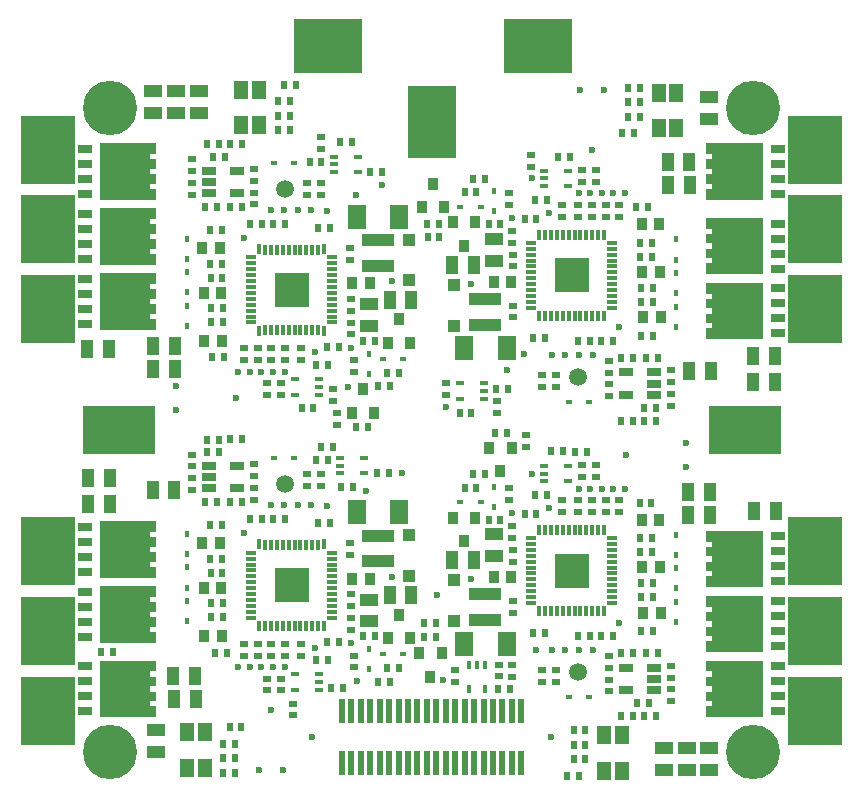
<source format=gts>
G04*
G04 #@! TF.GenerationSoftware,Altium Limited,Altium Designer,19.1.7 (138)*
G04*
G04 Layer_Color=8388736*
%FSLAX44Y44*%
%MOMM*%
G71*
G01*
G75*
%ADD28R,0.4008X0.6048*%
%ADD32R,0.6048X0.4008*%
%ADD37R,2.6924X0.9906*%
%ADD44R,0.6000X0.7000*%
%ADD45R,2.9000X2.9000*%
%ADD46R,0.3500X0.8500*%
%ADD47R,0.3500X0.9000*%
%ADD48R,0.8500X0.3500*%
%ADD49R,0.9000X0.3500*%
%ADD50R,0.7000X0.6000*%
%ADD51C,0.6000*%
%ADD52R,0.7477X0.4000*%
%ADD53R,0.4000X0.7477*%
%ADD54R,0.6000X2.1000*%
%ADD55R,4.6000X5.8500*%
%ADD56R,5.8500X4.6000*%
%ADD57R,1.3000X0.6588*%
%ADD58R,6.1000X4.1000*%
%ADD59R,4.1000X6.1000*%
%ADD60R,0.9000X1.0000*%
%ADD61R,1.2500X0.7500*%
%ADD62R,1.2000X1.6000*%
%ADD63R,1.0500X1.0000*%
%ADD64R,0.9000X1.0500*%
%ADD65R,1.5000X2.1000*%
%ADD66R,1.5000X1.0500*%
%ADD67R,1.0500X1.5000*%
%ADD68C,4.6000*%
%ADD69C,1.5000*%
%ADD70C,0.5572*%
%ADD71C,0.9890*%
G36*
X-232988Y-195000D02*
X-280988Y-195000D01*
X-280988Y-243000D01*
X-232988Y-243000D01*
X-232988Y-233750D01*
X-237988Y-233750D01*
Y-229500D01*
X-232988D01*
Y-221250D01*
X-237988D01*
Y-216750D01*
X-232988D01*
Y-208500D01*
X-237988D01*
Y-204250D01*
X-232988D01*
X-232988Y-195000D01*
D02*
G37*
G36*
Y-132000D02*
X-280988Y-132000D01*
X-280988Y-180000D01*
X-232988Y-180000D01*
X-232988Y-170750D01*
X-237988Y-170750D01*
Y-166500D01*
X-232988D01*
Y-158250D01*
X-237988D01*
Y-153750D01*
X-232988D01*
Y-145500D01*
X-237988D01*
Y-141250D01*
X-232988D01*
X-232988Y-132000D01*
D02*
G37*
G36*
Y-77000D02*
X-280988Y-77000D01*
X-280988Y-125000D01*
X-232988Y-125000D01*
X-232988Y-115750D01*
X-237988Y-115750D01*
Y-111500D01*
X-232988D01*
Y-103250D01*
X-237988D01*
Y-98750D01*
X-232988D01*
Y-90500D01*
X-237988D01*
Y-86250D01*
X-232988D01*
X-232988Y-77000D01*
D02*
G37*
G36*
X-232988Y133000D02*
X-280988Y133000D01*
X-280988Y85000D01*
X-232988Y85000D01*
X-232988Y94250D01*
X-237988D01*
Y98500D01*
X-232988D01*
Y106750D01*
X-237988D01*
Y111250D01*
X-232988D01*
Y119500D01*
X-237988D01*
Y123750D01*
X-232988D01*
X-232988Y133000D01*
D02*
G37*
G36*
Y188000D02*
X-280988D01*
X-280988Y140000D01*
X-232988Y140000D01*
X-232988Y149250D01*
X-237988Y149250D01*
Y153500D01*
X-232988D01*
Y161750D01*
X-237988D01*
Y166250D01*
X-232988D01*
Y174500D01*
X-237988D01*
Y178750D01*
X-232988D01*
X-232988Y188000D01*
D02*
G37*
G36*
Y243000D02*
X-280988Y243000D01*
X-280988Y195000D01*
X-232988Y195000D01*
X-232988Y204250D01*
X-237988Y204250D01*
Y208500D01*
X-232988D01*
Y216750D01*
X-237988D01*
Y221250D01*
X-232988D01*
Y229500D01*
X-237988D01*
Y233750D01*
X-232988D01*
X-232988Y243000D01*
D02*
G37*
G36*
X232734Y-243000D02*
X280734Y-243000D01*
X280734Y-195000D01*
X232734Y-195000D01*
X232734Y-204250D01*
X237734Y-204250D01*
Y-208500D01*
X232734D01*
Y-216750D01*
X237734D01*
Y-221250D01*
X232734D01*
Y-229500D01*
X237734D01*
Y-233750D01*
X232734D01*
X232734Y-243000D01*
D02*
G37*
G36*
Y-188000D02*
X280734Y-188000D01*
X280734Y-140000D01*
X232734Y-140000D01*
X232734Y-149250D01*
X237734Y-149250D01*
Y-153500D01*
X232734D01*
Y-161750D01*
X237734D01*
Y-166250D01*
X232734D01*
Y-174500D01*
X237734D01*
Y-178750D01*
X232734D01*
X232734Y-188000D01*
D02*
G37*
G36*
Y-133000D02*
X280734Y-133000D01*
X280734Y-85000D01*
X232734Y-85000D01*
X232734Y-94250D01*
X237734Y-94250D01*
Y-98500D01*
X232734D01*
Y-106750D01*
X237734D01*
Y-111250D01*
X232734D01*
Y-119500D01*
X237734D01*
Y-123750D01*
X232734D01*
X232734Y-133000D01*
D02*
G37*
G36*
X232734Y76999D02*
X280734Y76999D01*
X280734Y124999D01*
X232735Y124999D01*
X232735Y115749D01*
X237734D01*
Y111499D01*
X232734D01*
Y103249D01*
X237734D01*
Y98749D01*
X232734D01*
Y90499D01*
X237734D01*
Y86249D01*
X232734D01*
X232734Y76999D01*
D02*
G37*
G36*
Y131999D02*
X280734Y131999D01*
X280734Y179999D01*
X232735Y179999D01*
X232735Y170749D01*
X237734D01*
Y166499D01*
X232734D01*
Y158249D01*
X237734D01*
Y153749D01*
X232734D01*
Y145499D01*
X237734D01*
Y141249D01*
X232734D01*
X232734Y131999D01*
D02*
G37*
G36*
X232734Y194999D02*
X280734Y194999D01*
X280734Y242999D01*
X232735Y242999D01*
X232735Y233749D01*
X237734Y233749D01*
Y229499D01*
X232734D01*
Y221249D01*
X237734D01*
Y216749D01*
X232734D01*
Y208499D01*
X237734D01*
Y204249D01*
X232734D01*
Y194999D01*
D02*
G37*
D28*
X207250Y133148D02*
D03*
Y116100D02*
D03*
Y161523D02*
D03*
Y144475D02*
D03*
Y104773D02*
D03*
Y87725D02*
D03*
X-207250Y-116101D02*
D03*
Y-133149D02*
D03*
Y-144476D02*
D03*
Y-161524D02*
D03*
Y-87726D02*
D03*
Y-104774D02*
D03*
X207250Y-116851D02*
D03*
Y-133899D02*
D03*
Y-88476D02*
D03*
Y-105524D02*
D03*
Y-145226D02*
D03*
Y-162274D02*
D03*
X-207250Y116851D02*
D03*
Y133899D02*
D03*
Y145226D02*
D03*
Y162274D02*
D03*
Y88476D02*
D03*
Y105524D02*
D03*
X-53000Y-202282D02*
D03*
Y-185234D02*
D03*
X53000Y-47718D02*
D03*
Y-64766D02*
D03*
X53000Y202535D02*
D03*
Y185487D02*
D03*
X-53000Y47718D02*
D03*
Y64766D02*
D03*
D32*
X-116476Y-23750D02*
D03*
X-133524D02*
D03*
X116476Y-226250D02*
D03*
X133524D02*
D03*
X116476Y23749D02*
D03*
X133524D02*
D03*
X-116476Y226250D02*
D03*
X-133524D02*
D03*
X-24476Y-189250D02*
D03*
X-41524D02*
D03*
X24476Y-60750D02*
D03*
X41524D02*
D03*
X24476Y189249D02*
D03*
X41524D02*
D03*
X-24476Y60750D02*
D03*
X-41524D02*
D03*
D37*
X-45502Y-89174D02*
D03*
Y-111018D02*
D03*
X45502Y-160826D02*
D03*
Y-138982D02*
D03*
X45502Y89173D02*
D03*
Y111018D02*
D03*
X-45502Y160826D02*
D03*
Y138982D02*
D03*
D44*
X-270000Y-187500D02*
D03*
X-280000D02*
D03*
X-36322Y-36576D02*
D03*
X-46322D02*
D03*
X-93500Y-14000D02*
D03*
X-83500D02*
D03*
X-77500Y243750D02*
D03*
X-67500D02*
D03*
X33750Y15000D02*
D03*
X23750D02*
D03*
X66294Y-219202D02*
D03*
X56294D02*
D03*
X-76454Y-48006D02*
D03*
X-66454D02*
D03*
X-93250Y227000D02*
D03*
X-103250D02*
D03*
X54750Y35000D02*
D03*
X64750D02*
D03*
X-87790Y-25146D02*
D03*
X-97790D02*
D03*
X-41750Y218500D02*
D03*
X-51750D02*
D03*
X-100000Y18500D02*
D03*
X-110000D02*
D03*
X131238Y-18034D02*
D03*
X121238D02*
D03*
X107250Y231499D02*
D03*
X117250D02*
D03*
X-160250Y242250D02*
D03*
X-170250D02*
D03*
X-171002Y-251574D02*
D03*
X-161002D02*
D03*
X125000Y-292346D02*
D03*
X115000D02*
D03*
X171002Y251573D02*
D03*
X161002D02*
D03*
X-125000Y292346D02*
D03*
X-115000D02*
D03*
X-190252Y-7836D02*
D03*
X-180252D02*
D03*
X-170250Y-7750D02*
D03*
X-160250D02*
D03*
X170250Y7749D02*
D03*
X160250D02*
D03*
X190252Y7835D02*
D03*
X180252D02*
D03*
X190252Y18824D02*
D03*
X180252D02*
D03*
X160752Y61095D02*
D03*
X170752D02*
D03*
X181502D02*
D03*
X191502D02*
D03*
X170250Y-242250D02*
D03*
X160250D02*
D03*
X190252Y-242164D02*
D03*
X180252D02*
D03*
X184156Y-231175D02*
D03*
X174156D02*
D03*
X160752Y-188904D02*
D03*
X170752D02*
D03*
X181502D02*
D03*
X191502D02*
D03*
X-190252Y-18825D02*
D03*
X-180252D02*
D03*
X-160752Y-61096D02*
D03*
X-170752D02*
D03*
X-181502D02*
D03*
X-191502D02*
D03*
X-190252Y242164D02*
D03*
X-180252D02*
D03*
X-181502Y188904D02*
D03*
X-191502D02*
D03*
X-160752D02*
D03*
X-170752D02*
D03*
X-185252Y231175D02*
D03*
X-175252D02*
D03*
X-123970Y-75498D02*
D03*
X-133970D02*
D03*
X123970Y-174502D02*
D03*
X133970D02*
D03*
X123971Y75497D02*
D03*
X133971D02*
D03*
X-123970Y174502D02*
D03*
X-133970D02*
D03*
X-87976Y-194872D02*
D03*
X-97976D02*
D03*
X87976Y-55128D02*
D03*
X97976D02*
D03*
X87976Y194871D02*
D03*
X97976D02*
D03*
X-87976Y55128D02*
D03*
X-97976D02*
D03*
X-176250Y-289824D02*
D03*
X-166250D02*
D03*
X130248Y-254096D02*
D03*
X120248D02*
D03*
X176250Y289823D02*
D03*
X166250D02*
D03*
X-130248Y254097D02*
D03*
X-120248D02*
D03*
X-176250Y-277699D02*
D03*
X-166250D02*
D03*
X130248Y-266221D02*
D03*
X120248D02*
D03*
X176250Y277698D02*
D03*
X166250D02*
D03*
X-130248Y266222D02*
D03*
X-120248D02*
D03*
X-84930Y-218440D02*
D03*
X-74930D02*
D03*
X100858Y-17920D02*
D03*
X110858D02*
D03*
X-176250Y-265574D02*
D03*
X-166250D02*
D03*
X130248Y-278346D02*
D03*
X120248D02*
D03*
X176250Y265573D02*
D03*
X166250D02*
D03*
X-130248Y278346D02*
D03*
X-120248D02*
D03*
X-143769Y-75498D02*
D03*
X-153769D02*
D03*
X143769Y-174502D02*
D03*
X153769D02*
D03*
X143770Y75497D02*
D03*
X153770D02*
D03*
X-143769Y174502D02*
D03*
X-153769D02*
D03*
X3436Y-163322D02*
D03*
X-6564D02*
D03*
X63750Y-2500D02*
D03*
X53750D02*
D03*
X-3436Y163321D02*
D03*
X6564D02*
D03*
X-63750Y2500D02*
D03*
X-53750D02*
D03*
X-177357Y-108939D02*
D03*
X-187357D02*
D03*
X177357Y-141061D02*
D03*
X187357D02*
D03*
X177357Y108938D02*
D03*
X187357D02*
D03*
X-177357Y141061D02*
D03*
X-187357D02*
D03*
X-176599Y-146562D02*
D03*
X-186599D02*
D03*
X176599Y-103438D02*
D03*
X186599D02*
D03*
X176600Y146561D02*
D03*
X186600D02*
D03*
X-176599Y103438D02*
D03*
X-186599D02*
D03*
X-173228Y-188722D02*
D03*
X-183228D02*
D03*
X176119Y-61895D02*
D03*
X186119D02*
D03*
X173228Y188721D02*
D03*
X183228D02*
D03*
X-176119Y61895D02*
D03*
X-186119D02*
D03*
X3516Y-174752D02*
D03*
X-6484D02*
D03*
X-3516Y174751D02*
D03*
X6484D02*
D03*
X-177252Y-80096D02*
D03*
X-187252D02*
D03*
X177252Y-169904D02*
D03*
X187252D02*
D03*
X177252Y80096D02*
D03*
X187252D02*
D03*
X-177252Y169904D02*
D03*
X-187252D02*
D03*
X-177180Y-120783D02*
D03*
X-187180D02*
D03*
X177180Y-129217D02*
D03*
X187180D02*
D03*
X177180Y120782D02*
D03*
X187180D02*
D03*
X-177180Y129217D02*
D03*
X-187180D02*
D03*
X-176473Y-158406D02*
D03*
X-186473D02*
D03*
X176473Y-91594D02*
D03*
X186473D02*
D03*
X176473Y158406D02*
D03*
X186473D02*
D03*
X-176473Y91594D02*
D03*
X-186473D02*
D03*
X-58250Y-174488D02*
D03*
X-48250D02*
D03*
X58250Y-75766D02*
D03*
X48250D02*
D03*
X58250Y174487D02*
D03*
X48250D02*
D03*
X-58250Y75766D02*
D03*
X-48250D02*
D03*
X-35000Y-212750D02*
D03*
X-45000D02*
D03*
X35000Y-37250D02*
D03*
X45000D02*
D03*
X35000Y212749D02*
D03*
X45000D02*
D03*
X-35000Y37250D02*
D03*
X-45000D02*
D03*
X-27884Y-201477D02*
D03*
X-37884D02*
D03*
X27884Y-48523D02*
D03*
X37884D02*
D03*
X27884Y201476D02*
D03*
X37884D02*
D03*
X-27884Y48523D02*
D03*
X-37884D02*
D03*
X-86252Y-78346D02*
D03*
X-96252D02*
D03*
X86252Y-171654D02*
D03*
X96252D02*
D03*
X86252Y78345D02*
D03*
X96252D02*
D03*
X-86252Y171654D02*
D03*
X-96252D02*
D03*
X-88752Y-179096D02*
D03*
X-78752D02*
D03*
X88752Y-70904D02*
D03*
X78752D02*
D03*
X88752Y179095D02*
D03*
X78752D02*
D03*
X-88752Y70904D02*
D03*
X-78752D02*
D03*
D45*
X-118523Y-131220D02*
D03*
X118523Y-118779D02*
D03*
X118523Y131220D02*
D03*
X-118523Y118780D02*
D03*
D46*
X-91023Y-165720D02*
D03*
X-146023D02*
D03*
Y-96720D02*
D03*
X-91023D02*
D03*
X91023Y-84279D02*
D03*
X146023D02*
D03*
Y-153280D02*
D03*
X91023D02*
D03*
X91023Y165720D02*
D03*
X146023D02*
D03*
Y96720D02*
D03*
X91023D02*
D03*
X-91023Y84280D02*
D03*
X-146023D02*
D03*
Y153280D02*
D03*
X-91023D02*
D03*
D47*
X-96023Y-165470D02*
D03*
X-101023D02*
D03*
X-106023D02*
D03*
X-111023D02*
D03*
X-116023D02*
D03*
X-121023D02*
D03*
X-126023D02*
D03*
X-131023D02*
D03*
X-136023D02*
D03*
X-141023D02*
D03*
Y-96970D02*
D03*
X-136023D02*
D03*
X-131023D02*
D03*
X-126023D02*
D03*
X-121023D02*
D03*
X-116023D02*
D03*
X-111023D02*
D03*
X-106023D02*
D03*
X-101023D02*
D03*
X-96023D02*
D03*
X96023Y-84529D02*
D03*
X101023D02*
D03*
X106023D02*
D03*
X111023D02*
D03*
X116023D02*
D03*
X121023D02*
D03*
X126023D02*
D03*
X131023D02*
D03*
X136023D02*
D03*
X141023D02*
D03*
Y-153029D02*
D03*
X136023D02*
D03*
X131023D02*
D03*
X126023D02*
D03*
X121023D02*
D03*
X116023D02*
D03*
X111023D02*
D03*
X106023D02*
D03*
X101023D02*
D03*
X96023D02*
D03*
X96023Y165470D02*
D03*
X101023D02*
D03*
X106023D02*
D03*
X111023D02*
D03*
X116023D02*
D03*
X121023D02*
D03*
X126023D02*
D03*
X131023D02*
D03*
X136023D02*
D03*
X141023D02*
D03*
Y96970D02*
D03*
X136023D02*
D03*
X131023D02*
D03*
X126023D02*
D03*
X121023D02*
D03*
X116023D02*
D03*
X111023D02*
D03*
X106023D02*
D03*
X101023D02*
D03*
X96023D02*
D03*
X-96023Y84530D02*
D03*
X-101023D02*
D03*
X-106023D02*
D03*
X-111023D02*
D03*
X-116023D02*
D03*
X-121023D02*
D03*
X-126023D02*
D03*
X-131023D02*
D03*
X-136023D02*
D03*
X-141023D02*
D03*
Y153030D02*
D03*
X-136023D02*
D03*
X-131023D02*
D03*
X-126023D02*
D03*
X-121023D02*
D03*
X-116023D02*
D03*
X-111023D02*
D03*
X-106023D02*
D03*
X-101023D02*
D03*
X-96023D02*
D03*
D48*
X-153023Y-158720D02*
D03*
Y-103720D02*
D03*
X-84023D02*
D03*
Y-158720D02*
D03*
X153023Y-91279D02*
D03*
Y-146279D02*
D03*
X84023D02*
D03*
Y-91279D02*
D03*
X153023Y158720D02*
D03*
Y103720D02*
D03*
X84023D02*
D03*
Y158720D02*
D03*
X-153023Y91280D02*
D03*
Y146280D02*
D03*
X-84023D02*
D03*
Y91280D02*
D03*
D49*
X-152773Y-153720D02*
D03*
Y-148720D02*
D03*
Y-143720D02*
D03*
Y-138720D02*
D03*
Y-133720D02*
D03*
Y-128720D02*
D03*
Y-123720D02*
D03*
Y-118720D02*
D03*
Y-113720D02*
D03*
Y-108720D02*
D03*
X-84273D02*
D03*
Y-113720D02*
D03*
Y-118720D02*
D03*
Y-123720D02*
D03*
Y-128720D02*
D03*
Y-133720D02*
D03*
Y-138720D02*
D03*
Y-143720D02*
D03*
Y-148720D02*
D03*
Y-153720D02*
D03*
X152773Y-96279D02*
D03*
Y-101280D02*
D03*
Y-106279D02*
D03*
Y-111279D02*
D03*
Y-116279D02*
D03*
Y-121279D02*
D03*
Y-126280D02*
D03*
Y-131279D02*
D03*
Y-136279D02*
D03*
Y-141279D02*
D03*
X84273D02*
D03*
Y-136279D02*
D03*
Y-131279D02*
D03*
Y-126280D02*
D03*
Y-121279D02*
D03*
Y-116279D02*
D03*
Y-111279D02*
D03*
Y-106279D02*
D03*
Y-101280D02*
D03*
Y-96279D02*
D03*
X152773Y153720D02*
D03*
Y148720D02*
D03*
Y143720D02*
D03*
Y138720D02*
D03*
Y133720D02*
D03*
Y128720D02*
D03*
Y123720D02*
D03*
Y118720D02*
D03*
Y113720D02*
D03*
Y108720D02*
D03*
X84273D02*
D03*
Y113720D02*
D03*
Y118720D02*
D03*
Y123720D02*
D03*
Y128720D02*
D03*
Y133720D02*
D03*
Y138720D02*
D03*
Y143720D02*
D03*
Y148720D02*
D03*
Y153720D02*
D03*
X-152773Y96280D02*
D03*
Y101280D02*
D03*
Y106280D02*
D03*
Y111280D02*
D03*
Y116280D02*
D03*
Y121280D02*
D03*
Y126280D02*
D03*
Y131280D02*
D03*
Y136280D02*
D03*
Y141280D02*
D03*
X-84273D02*
D03*
Y136280D02*
D03*
Y131280D02*
D03*
Y126280D02*
D03*
Y121280D02*
D03*
Y116280D02*
D03*
Y111280D02*
D03*
Y106280D02*
D03*
Y101280D02*
D03*
Y96280D02*
D03*
D50*
X-94000Y238500D02*
D03*
Y248500D02*
D03*
X55250Y24750D02*
D03*
Y14750D02*
D03*
X56896Y-198454D02*
D03*
Y-208454D02*
D03*
X68072Y-208534D02*
D03*
Y-198534D02*
D03*
X12500Y30000D02*
D03*
Y40000D02*
D03*
X20066Y-213200D02*
D03*
Y-203200D02*
D03*
X-117250Y-241500D02*
D03*
Y-231500D02*
D03*
X150002Y38845D02*
D03*
Y28845D02*
D03*
Y58846D02*
D03*
Y48845D02*
D03*
X203002Y20596D02*
D03*
Y30596D02*
D03*
Y40595D02*
D03*
Y50595D02*
D03*
X150002Y-211154D02*
D03*
Y-221154D02*
D03*
Y-191154D02*
D03*
Y-201154D02*
D03*
X203002Y-229404D02*
D03*
Y-219404D02*
D03*
Y-209404D02*
D03*
Y-199404D02*
D03*
X-150002Y-38846D02*
D03*
Y-28846D02*
D03*
Y-58846D02*
D03*
Y-48846D02*
D03*
X-203002Y-20596D02*
D03*
Y-30596D02*
D03*
Y-40596D02*
D03*
Y-50596D02*
D03*
Y209404D02*
D03*
Y199404D02*
D03*
X-150002Y191154D02*
D03*
Y201154D02*
D03*
X-203002Y229404D02*
D03*
Y219404D02*
D03*
X-150002Y211154D02*
D03*
Y221154D02*
D03*
X-68502Y-158846D02*
D03*
Y-168846D02*
D03*
X68502Y-91154D02*
D03*
Y-81154D02*
D03*
X68502Y158846D02*
D03*
Y168846D02*
D03*
X-68502Y91154D02*
D03*
Y81154D02*
D03*
X84074Y223172D02*
D03*
Y233172D02*
D03*
X-83750Y34750D02*
D03*
Y24750D02*
D03*
X-139132Y-220274D02*
D03*
Y-210274D02*
D03*
X139132Y-29726D02*
D03*
Y-39726D02*
D03*
X139132Y220273D02*
D03*
Y210273D02*
D03*
X-139132Y29726D02*
D03*
Y39726D02*
D03*
X-105500Y-47000D02*
D03*
Y-37000D02*
D03*
X105500Y-203000D02*
D03*
Y-213000D02*
D03*
X105500Y46999D02*
D03*
Y36999D02*
D03*
X-105500Y199500D02*
D03*
Y209500D02*
D03*
X-127194Y-220274D02*
D03*
Y-210274D02*
D03*
X127194Y-29726D02*
D03*
Y-39726D02*
D03*
X127194Y220273D02*
D03*
Y210273D02*
D03*
X-127194Y29726D02*
D03*
Y39726D02*
D03*
X-93750Y-37000D02*
D03*
Y-47000D02*
D03*
X93750Y-213000D02*
D03*
Y-203000D02*
D03*
X93750Y36999D02*
D03*
Y46999D02*
D03*
X-93750Y209500D02*
D03*
Y199500D02*
D03*
X-135751Y-190710D02*
D03*
Y-180710D02*
D03*
X135751Y-59290D02*
D03*
Y-69290D02*
D03*
X135751Y190709D02*
D03*
Y180709D02*
D03*
X-135751Y59290D02*
D03*
Y69290D02*
D03*
X-124233Y-190710D02*
D03*
Y-180710D02*
D03*
X124233Y-59290D02*
D03*
Y-69290D02*
D03*
X124233Y190709D02*
D03*
Y180709D02*
D03*
X-124233Y59290D02*
D03*
Y69290D02*
D03*
X-158786Y-190710D02*
D03*
Y-180710D02*
D03*
X158786Y-59290D02*
D03*
Y-69290D02*
D03*
X158786Y190709D02*
D03*
Y180709D02*
D03*
X-158786Y59290D02*
D03*
Y69290D02*
D03*
X-147268Y-190710D02*
D03*
Y-180710D02*
D03*
X147268Y-59290D02*
D03*
Y-69290D02*
D03*
X147269Y190709D02*
D03*
Y180709D02*
D03*
X-147268Y59290D02*
D03*
Y69290D02*
D03*
X-110175Y-190710D02*
D03*
Y-180710D02*
D03*
X110175Y-59290D02*
D03*
Y-69290D02*
D03*
X110176Y190709D02*
D03*
Y180709D02*
D03*
X-110175Y59290D02*
D03*
Y69290D02*
D03*
X79750Y-14250D02*
D03*
Y-4250D02*
D03*
X-79750Y14250D02*
D03*
Y4250D02*
D03*
X-68752Y-105596D02*
D03*
Y-95596D02*
D03*
X68752Y-144404D02*
D03*
Y-154404D02*
D03*
X68752Y105596D02*
D03*
Y95596D02*
D03*
X-68752Y144404D02*
D03*
Y154404D02*
D03*
X-68573Y-138673D02*
D03*
Y-148673D02*
D03*
X68573Y-111327D02*
D03*
Y-101327D02*
D03*
X68574Y138672D02*
D03*
Y148672D02*
D03*
X-68573Y111327D02*
D03*
Y101327D02*
D03*
X-65750Y-200750D02*
D03*
Y-190750D02*
D03*
X65750Y-49250D02*
D03*
Y-59250D02*
D03*
X65750Y200749D02*
D03*
Y190749D02*
D03*
X-65750Y49250D02*
D03*
Y59250D02*
D03*
D51*
X-41750Y207500D02*
D03*
X10000Y-211250D02*
D03*
X12500Y19750D02*
D03*
X-25400Y-36576D02*
D03*
X124400Y200585D02*
D03*
X124400Y-49414D02*
D03*
X-124400Y-200586D02*
D03*
Y49414D02*
D03*
X-124752Y-63596D02*
D03*
X124752Y-186404D02*
D03*
X124752Y63595D02*
D03*
X-124752Y186404D02*
D03*
X-113252Y-63596D02*
D03*
X113252Y-186404D02*
D03*
X113252Y63595D02*
D03*
X-113252Y186404D02*
D03*
X-144085Y-200586D02*
D03*
X144085Y-49414D02*
D03*
X144085Y200585D02*
D03*
X-144085Y49414D02*
D03*
X-101752Y-63596D02*
D03*
X101752Y-186404D02*
D03*
X101753Y63595D02*
D03*
X-101752Y186404D02*
D03*
X-136252Y-63596D02*
D03*
X136252Y-186404D02*
D03*
X136252Y63595D02*
D03*
X-136252Y186404D02*
D03*
X-134242Y-200586D02*
D03*
X134242Y-49414D02*
D03*
X134243Y200585D02*
D03*
X-134242Y49414D02*
D03*
X-163770Y-200586D02*
D03*
X163770Y-49414D02*
D03*
X163770Y200585D02*
D03*
X-163770Y49414D02*
D03*
X-68002Y-180096D02*
D03*
X68002Y-69904D02*
D03*
X68002Y180095D02*
D03*
X-68002Y69904D02*
D03*
X-153927Y-200586D02*
D03*
X153927Y-49414D02*
D03*
X153928Y200585D02*
D03*
X-153927Y49414D02*
D03*
X-63500Y-212598D02*
D03*
X85002Y-36654D02*
D03*
X85002Y213346D02*
D03*
X-71188Y36937D02*
D03*
X-88502Y-64346D02*
D03*
X88502Y-185654D02*
D03*
X78486Y64516D02*
D03*
X-88502Y185654D02*
D03*
X-33722Y-123876D02*
D03*
X33722Y-126124D02*
D03*
X33722Y123876D02*
D03*
X-33722Y126124D02*
D03*
X-55626Y-51308D02*
D03*
X4572Y-139192D02*
D03*
X63752Y50845D02*
D03*
X-63752Y199154D02*
D03*
X-99082Y-184095D02*
D03*
X99082Y-65904D02*
D03*
X99083Y184095D02*
D03*
X-99082Y65904D02*
D03*
X-158752Y-87096D02*
D03*
X158752Y-162904D02*
D03*
X158752Y87095D02*
D03*
X-158752Y162904D02*
D03*
X-101001Y-260001D02*
D03*
X100999D02*
D03*
X135850Y237099D02*
D03*
X146010Y287899D02*
D03*
X125690Y287899D02*
D03*
X164850Y-21100D02*
D03*
X215650Y-31260D02*
D03*
X215650Y-10940D02*
D03*
X-135850Y-237100D02*
D03*
X-146010Y-287900D02*
D03*
X-125690D02*
D03*
X-165752Y27011D02*
D03*
X-216552Y37171D02*
D03*
Y16851D02*
D03*
D52*
X-82500Y231750D02*
D03*
Y225250D02*
D03*
Y218750D02*
D03*
X-62053D02*
D03*
Y231750D02*
D03*
X44474Y26750D02*
D03*
Y33250D02*
D03*
Y39750D02*
D03*
X24027D02*
D03*
Y26750D02*
D03*
X-77280Y-23472D02*
D03*
Y-29972D02*
D03*
Y-36472D02*
D03*
X-56832D02*
D03*
Y-23472D02*
D03*
X-95380Y-219784D02*
D03*
X-95380Y-213284D02*
D03*
X-95380Y-206784D02*
D03*
X-115827D02*
D03*
Y-219784D02*
D03*
X95380Y-30216D02*
D03*
X95380Y-36716D02*
D03*
X95380Y-43216D02*
D03*
X115827D02*
D03*
Y-30216D02*
D03*
X95381Y219783D02*
D03*
X95381Y213284D02*
D03*
X95381Y206784D02*
D03*
X115828D02*
D03*
Y219783D02*
D03*
X-95380Y30216D02*
D03*
X-95380Y36716D02*
D03*
X-95380Y43216D02*
D03*
X-115827D02*
D03*
Y30216D02*
D03*
D53*
X44854Y-198818D02*
D03*
X38354D02*
D03*
X31854D02*
D03*
Y-219265D02*
D03*
X44854D02*
D03*
D54*
X75999Y-282001D02*
D03*
X67999D02*
D03*
X59999D02*
D03*
X51999D02*
D03*
X43999D02*
D03*
X35999D02*
D03*
X27999D02*
D03*
X19999D02*
D03*
X11999D02*
D03*
X3999D02*
D03*
X-4001D02*
D03*
X-12001D02*
D03*
X-20001D02*
D03*
X-28001D02*
D03*
X-36001D02*
D03*
X-44001D02*
D03*
X-52001D02*
D03*
X-60001D02*
D03*
X-68001D02*
D03*
X-76001D02*
D03*
X75999Y-238001D02*
D03*
X67999D02*
D03*
X59999D02*
D03*
X51999D02*
D03*
X43999D02*
D03*
X35999D02*
D03*
X27999D02*
D03*
X19999D02*
D03*
X11999D02*
D03*
X3999D02*
D03*
X-4001D02*
D03*
X-12001D02*
D03*
X-20001D02*
D03*
X-28001D02*
D03*
X-36001D02*
D03*
X-44001D02*
D03*
X-52001D02*
D03*
X-60001D02*
D03*
X-68001D02*
D03*
X-76001D02*
D03*
D55*
X325000Y237499D02*
D03*
Y169999D02*
D03*
Y102499D02*
D03*
X-325000Y-237500D02*
D03*
Y-170000D02*
D03*
Y-102500D02*
D03*
X325000D02*
D03*
Y-170000D02*
D03*
Y-237500D02*
D03*
X-325000Y237500D02*
D03*
Y170000D02*
D03*
Y102500D02*
D03*
D56*
X90000Y325000D02*
D03*
X-87500D02*
D03*
D57*
X164487Y30074D02*
D03*
Y49074D02*
D03*
X188363D02*
D03*
Y39574D02*
D03*
Y30074D02*
D03*
X164487Y-219925D02*
D03*
Y-200925D02*
D03*
X188363D02*
D03*
Y-210425D02*
D03*
Y-219925D02*
D03*
X-164487Y-30075D02*
D03*
Y-49075D02*
D03*
X-188363D02*
D03*
Y-39575D02*
D03*
Y-30075D02*
D03*
X-164487Y219925D02*
D03*
Y200925D02*
D03*
X-188363D02*
D03*
Y210425D02*
D03*
Y219925D02*
D03*
D58*
X265000Y0D02*
D03*
X-265000D02*
D03*
D59*
X0Y260604D02*
D03*
D60*
X-1016Y-208882D02*
D03*
X-10516Y-188882D02*
D03*
X8484D02*
D03*
X58250Y-34750D02*
D03*
X48750Y-14750D02*
D03*
X67750D02*
D03*
X1016Y208881D02*
D03*
X10516Y188881D02*
D03*
X-8484D02*
D03*
X-58250Y34750D02*
D03*
X-48750Y14750D02*
D03*
X-67750D02*
D03*
X-27500Y-156000D02*
D03*
X-18000Y-176000D02*
D03*
X-37000D02*
D03*
X27500Y-94000D02*
D03*
X18000Y-74000D02*
D03*
X37000D02*
D03*
X27500Y155999D02*
D03*
X18000Y175999D02*
D03*
X37000D02*
D03*
X-27500Y94000D02*
D03*
X-18000Y74000D02*
D03*
X-37000D02*
D03*
D61*
X-239738Y-81950D02*
D03*
Y-94650D02*
D03*
Y-107350D02*
D03*
Y-120050D02*
D03*
X-293738Y-81950D02*
D03*
Y-94650D02*
D03*
Y-107350D02*
D03*
Y-120050D02*
D03*
X239484Y-238050D02*
D03*
Y-225350D02*
D03*
Y-212650D02*
D03*
Y-199950D02*
D03*
X293484Y-238050D02*
D03*
Y-225350D02*
D03*
Y-212650D02*
D03*
Y-199950D02*
D03*
X239484Y81949D02*
D03*
Y94649D02*
D03*
Y107349D02*
D03*
Y120049D02*
D03*
X293484Y81949D02*
D03*
Y94649D02*
D03*
Y107349D02*
D03*
Y120049D02*
D03*
X-239738Y238050D02*
D03*
Y225350D02*
D03*
Y212650D02*
D03*
Y199950D02*
D03*
X-293738Y238050D02*
D03*
Y225350D02*
D03*
Y212650D02*
D03*
Y199950D02*
D03*
X-239738Y-199950D02*
D03*
Y-212650D02*
D03*
Y-225350D02*
D03*
Y-238050D02*
D03*
X-293738Y-199950D02*
D03*
Y-212650D02*
D03*
Y-225350D02*
D03*
Y-238050D02*
D03*
X239484Y-128050D02*
D03*
Y-115350D02*
D03*
Y-102650D02*
D03*
Y-89950D02*
D03*
X293484Y-128050D02*
D03*
Y-115350D02*
D03*
Y-102650D02*
D03*
Y-89950D02*
D03*
X239484Y199949D02*
D03*
Y212649D02*
D03*
Y225349D02*
D03*
Y238049D02*
D03*
X293484Y199949D02*
D03*
Y212649D02*
D03*
Y225349D02*
D03*
Y238049D02*
D03*
X-239738Y128050D02*
D03*
Y115350D02*
D03*
Y102650D02*
D03*
Y89950D02*
D03*
X-293738Y128050D02*
D03*
Y115350D02*
D03*
Y102650D02*
D03*
Y89950D02*
D03*
X-239738Y-136950D02*
D03*
Y-149650D02*
D03*
Y-162350D02*
D03*
Y-175050D02*
D03*
X-293738Y-136950D02*
D03*
Y-149650D02*
D03*
Y-162350D02*
D03*
Y-175050D02*
D03*
X239484Y-183050D02*
D03*
Y-170350D02*
D03*
Y-157650D02*
D03*
Y-144950D02*
D03*
X293484Y-183050D02*
D03*
Y-170350D02*
D03*
Y-157650D02*
D03*
Y-144950D02*
D03*
X239484Y136949D02*
D03*
Y149649D02*
D03*
Y162349D02*
D03*
Y175049D02*
D03*
X293484Y136949D02*
D03*
Y149649D02*
D03*
Y162349D02*
D03*
Y175049D02*
D03*
X-239738Y183050D02*
D03*
Y170350D02*
D03*
Y157650D02*
D03*
Y144950D02*
D03*
X-293738Y183050D02*
D03*
Y170350D02*
D03*
Y157650D02*
D03*
Y144950D02*
D03*
D62*
X-207250Y-255824D02*
D03*
Y-285824D02*
D03*
X-192250Y-285824D02*
D03*
Y-255824D02*
D03*
X161248Y-288096D02*
D03*
Y-258096D02*
D03*
X146248Y-258096D02*
D03*
Y-288096D02*
D03*
X207250Y255823D02*
D03*
Y285823D02*
D03*
X192250Y285823D02*
D03*
Y255823D02*
D03*
X-161248Y288096D02*
D03*
Y258096D02*
D03*
X-146248Y258096D02*
D03*
Y288096D02*
D03*
D63*
X-19252Y-123096D02*
D03*
Y-88596D02*
D03*
X19252Y-126904D02*
D03*
Y-161404D02*
D03*
X19252Y123096D02*
D03*
Y88596D02*
D03*
X-19252Y126904D02*
D03*
Y161404D02*
D03*
D64*
X-194002Y-95595D02*
D03*
X-179002Y-95597D02*
D03*
X194002Y-154404D02*
D03*
X179002Y-154403D02*
D03*
X194002Y95595D02*
D03*
X179002Y95596D02*
D03*
X-194002Y154404D02*
D03*
X-179002Y154403D02*
D03*
X-193039Y-133834D02*
D03*
X-178039Y-133835D02*
D03*
X193039Y-116166D02*
D03*
X178039Y-116165D02*
D03*
X193039Y133833D02*
D03*
X178039Y133834D02*
D03*
X-193039Y116166D02*
D03*
X-178039Y116165D02*
D03*
X-52500Y-125576D02*
D03*
X-67500Y-125574D02*
D03*
X52500Y-124424D02*
D03*
X67500Y-124426D02*
D03*
X52500Y125575D02*
D03*
X67500Y125573D02*
D03*
X-52500Y124424D02*
D03*
X-67500Y124426D02*
D03*
X-192862Y-174315D02*
D03*
X-177862Y-174317D02*
D03*
X192862Y-75684D02*
D03*
X177862Y-75683D02*
D03*
X192862Y174315D02*
D03*
X177862Y174316D02*
D03*
X-192862Y75684D02*
D03*
X-177862Y75683D02*
D03*
D65*
X-27502Y-69346D02*
D03*
X-63502D02*
D03*
X27502Y-180654D02*
D03*
X63502D02*
D03*
X27502Y69345D02*
D03*
X63502D02*
D03*
X-27502Y180654D02*
D03*
X-63502D02*
D03*
D66*
X-52752Y-143346D02*
D03*
Y-161846D02*
D03*
X52752Y-106654D02*
D03*
Y-88154D02*
D03*
X52752Y143345D02*
D03*
Y161845D02*
D03*
X-52752Y106654D02*
D03*
Y88154D02*
D03*
X196500Y-268750D02*
D03*
Y-287250D02*
D03*
X-196750Y268750D02*
D03*
Y287250D02*
D03*
X215875Y-268750D02*
D03*
Y-287250D02*
D03*
X-216125Y268750D02*
D03*
Y287250D02*
D03*
X-233680Y-254148D02*
D03*
Y-272648D02*
D03*
X234696Y263800D02*
D03*
Y282300D02*
D03*
X235250Y-268750D02*
D03*
Y-287250D02*
D03*
X-235500Y268750D02*
D03*
Y287250D02*
D03*
D67*
X-35606Y-139878D02*
D03*
X-17106D02*
D03*
X35606Y-110122D02*
D03*
X17106D02*
D03*
X35606Y139878D02*
D03*
X17106D02*
D03*
X-35606Y110122D02*
D03*
X-17106D02*
D03*
X-218292Y-227330D02*
D03*
X-199792D02*
D03*
X235750Y-52250D02*
D03*
X217250D02*
D03*
X218292Y227329D02*
D03*
X199792D02*
D03*
X-235750Y52250D02*
D03*
X-217250D02*
D03*
X-236250Y-50250D02*
D03*
X-217750D02*
D03*
X236250Y50249D02*
D03*
X217750D02*
D03*
X-272250Y-40250D02*
D03*
X-290750D02*
D03*
X272250Y40749D02*
D03*
X290750D02*
D03*
X-218546Y-208026D02*
D03*
X-200046D02*
D03*
X235750Y-71500D02*
D03*
X217250D02*
D03*
X218546Y208025D02*
D03*
X200046D02*
D03*
X-235750Y71500D02*
D03*
X-217250D02*
D03*
X273000Y-68750D02*
D03*
X291500D02*
D03*
X-273000Y68750D02*
D03*
X-291500D02*
D03*
X-272250Y-62500D02*
D03*
X-290750D02*
D03*
X272250Y62499D02*
D03*
X290750D02*
D03*
D68*
X272500Y272500D02*
D03*
X272500Y-272500D02*
D03*
X-272500D02*
D03*
Y272500D02*
D03*
D69*
X-124252Y-45346D02*
D03*
X124252Y-204654D02*
D03*
X124253Y45346D02*
D03*
X-124252Y204654D02*
D03*
D70*
X325000Y247499D02*
D03*
Y257499D02*
D03*
Y227499D02*
D03*
Y217499D02*
D03*
X335000Y257499D02*
D03*
X345000D02*
D03*
X315000D02*
D03*
X305000D02*
D03*
X335000Y247499D02*
D03*
X345000D02*
D03*
X315000D02*
D03*
X305000D02*
D03*
X335000Y217499D02*
D03*
X345000D02*
D03*
X315000D02*
D03*
X305000D02*
D03*
X335000Y227499D02*
D03*
X345000D02*
D03*
X315000D02*
D03*
X305000D02*
D03*
Y237499D02*
D03*
X315000D02*
D03*
X345000D02*
D03*
X335000D02*
D03*
X325000Y179999D02*
D03*
Y189999D02*
D03*
Y159999D02*
D03*
Y149999D02*
D03*
X335000Y189999D02*
D03*
X345000D02*
D03*
X315000D02*
D03*
X305000D02*
D03*
X335000Y179999D02*
D03*
X345000D02*
D03*
X315000D02*
D03*
X305000D02*
D03*
X335000Y149999D02*
D03*
X345000D02*
D03*
X315000D02*
D03*
X305000D02*
D03*
X335000Y159999D02*
D03*
X345000D02*
D03*
X315000D02*
D03*
X305000D02*
D03*
Y169999D02*
D03*
X315000D02*
D03*
X345000D02*
D03*
X335000D02*
D03*
X325000Y112499D02*
D03*
Y122499D02*
D03*
Y92499D02*
D03*
Y82499D02*
D03*
X335000Y122499D02*
D03*
X345000D02*
D03*
X315000D02*
D03*
X305000D02*
D03*
X335000Y112499D02*
D03*
X345000D02*
D03*
X315000D02*
D03*
X305000D02*
D03*
X335000Y82499D02*
D03*
X345000D02*
D03*
X315000D02*
D03*
X305000D02*
D03*
X335000Y92499D02*
D03*
X345000D02*
D03*
X315000D02*
D03*
X305000D02*
D03*
Y102499D02*
D03*
X315000D02*
D03*
X345000D02*
D03*
X335000D02*
D03*
X-325000Y-247500D02*
D03*
Y-257500D02*
D03*
Y-227500D02*
D03*
Y-217500D02*
D03*
X-335000Y-257500D02*
D03*
X-345000D02*
D03*
X-315000D02*
D03*
X-305000D02*
D03*
X-335000Y-247500D02*
D03*
X-345000D02*
D03*
X-315000D02*
D03*
X-305000D02*
D03*
X-335000Y-217500D02*
D03*
X-345000D02*
D03*
X-315000D02*
D03*
X-305000D02*
D03*
X-335000Y-227500D02*
D03*
X-345000D02*
D03*
X-315000D02*
D03*
X-305000D02*
D03*
Y-237500D02*
D03*
X-315000D02*
D03*
X-345000D02*
D03*
X-335000D02*
D03*
X-325000Y-180000D02*
D03*
Y-190000D02*
D03*
Y-160000D02*
D03*
Y-150000D02*
D03*
X-335000Y-190000D02*
D03*
X-345000D02*
D03*
X-315000D02*
D03*
X-305000D02*
D03*
X-335000Y-180000D02*
D03*
X-345000D02*
D03*
X-315000D02*
D03*
X-305000D02*
D03*
X-335000Y-150000D02*
D03*
X-345000D02*
D03*
X-315000D02*
D03*
X-305000D02*
D03*
X-335000Y-160000D02*
D03*
X-345000D02*
D03*
X-315000D02*
D03*
X-305000D02*
D03*
Y-170000D02*
D03*
X-315000D02*
D03*
X-345000D02*
D03*
X-335000D02*
D03*
X-325000Y-112500D02*
D03*
Y-122500D02*
D03*
Y-92500D02*
D03*
Y-82500D02*
D03*
X-335000Y-122500D02*
D03*
X-345000D02*
D03*
X-315000D02*
D03*
X-305000D02*
D03*
X-335000Y-112500D02*
D03*
X-345000D02*
D03*
X-315000D02*
D03*
X-305000D02*
D03*
X-335000Y-82500D02*
D03*
X-345000D02*
D03*
X-315000D02*
D03*
X-305000D02*
D03*
X-335000Y-92500D02*
D03*
X-345000D02*
D03*
X-315000D02*
D03*
X-305000D02*
D03*
Y-102500D02*
D03*
X-315000D02*
D03*
X-345000D02*
D03*
X-335000D02*
D03*
X325000Y-92500D02*
D03*
Y-82500D02*
D03*
Y-112500D02*
D03*
Y-122500D02*
D03*
X335000Y-82500D02*
D03*
X345000D02*
D03*
X315000D02*
D03*
X305000D02*
D03*
X335000Y-92500D02*
D03*
X345000D02*
D03*
X315000D02*
D03*
X305000D02*
D03*
X335000Y-122500D02*
D03*
X345000D02*
D03*
X315000D02*
D03*
X305000D02*
D03*
X335000Y-112500D02*
D03*
X345000D02*
D03*
X315000D02*
D03*
X305000D02*
D03*
Y-102500D02*
D03*
X315000D02*
D03*
X345000D02*
D03*
X335000D02*
D03*
X325000Y-160000D02*
D03*
Y-150000D02*
D03*
Y-180000D02*
D03*
Y-190000D02*
D03*
X335000Y-150000D02*
D03*
X345000D02*
D03*
X315000D02*
D03*
X305000D02*
D03*
X335000Y-160000D02*
D03*
X345000D02*
D03*
X315000D02*
D03*
X305000D02*
D03*
X335000Y-190000D02*
D03*
X345000D02*
D03*
X315000D02*
D03*
X305000D02*
D03*
X335000Y-180000D02*
D03*
X345000D02*
D03*
X315000D02*
D03*
X305000D02*
D03*
Y-170000D02*
D03*
X315000D02*
D03*
X345000D02*
D03*
X335000D02*
D03*
X325000Y-227500D02*
D03*
Y-217500D02*
D03*
Y-247500D02*
D03*
Y-257500D02*
D03*
X335000Y-217500D02*
D03*
X345000D02*
D03*
X315000D02*
D03*
X305000D02*
D03*
X335000Y-227500D02*
D03*
X345000D02*
D03*
X315000D02*
D03*
X305000D02*
D03*
X335000Y-257500D02*
D03*
X345000D02*
D03*
X315000D02*
D03*
X305000D02*
D03*
X335000Y-247500D02*
D03*
X345000D02*
D03*
X315000D02*
D03*
X305000D02*
D03*
Y-237500D02*
D03*
X315000D02*
D03*
X345000D02*
D03*
X335000D02*
D03*
X-325000Y227500D02*
D03*
Y217500D02*
D03*
Y247500D02*
D03*
Y257500D02*
D03*
X-335000Y217500D02*
D03*
X-345000D02*
D03*
X-315000D02*
D03*
X-305000D02*
D03*
X-335000Y227500D02*
D03*
X-345000D02*
D03*
X-315000D02*
D03*
X-305000D02*
D03*
X-335000Y257500D02*
D03*
X-345000D02*
D03*
X-315000D02*
D03*
X-305000D02*
D03*
X-335000Y247500D02*
D03*
X-345000D02*
D03*
X-315000D02*
D03*
X-305000D02*
D03*
Y237500D02*
D03*
X-315000D02*
D03*
X-345000D02*
D03*
X-335000D02*
D03*
X-325000Y160000D02*
D03*
Y150000D02*
D03*
Y180000D02*
D03*
Y190000D02*
D03*
X-335000Y150000D02*
D03*
X-345000D02*
D03*
X-315000D02*
D03*
X-305000D02*
D03*
X-335000Y160000D02*
D03*
X-345000D02*
D03*
X-315000D02*
D03*
X-305000D02*
D03*
X-335000Y190000D02*
D03*
X-345000D02*
D03*
X-315000D02*
D03*
X-305000D02*
D03*
X-335000Y180000D02*
D03*
X-345000D02*
D03*
X-315000D02*
D03*
X-305000D02*
D03*
Y170000D02*
D03*
X-315000D02*
D03*
X-345000D02*
D03*
X-335000D02*
D03*
X-325000Y92500D02*
D03*
Y82500D02*
D03*
Y112500D02*
D03*
Y122500D02*
D03*
X-335000Y82500D02*
D03*
X-345000D02*
D03*
X-315000D02*
D03*
X-305000D02*
D03*
X-335000Y92500D02*
D03*
X-345000D02*
D03*
X-315000D02*
D03*
X-305000D02*
D03*
X-335000Y122500D02*
D03*
X-345000D02*
D03*
X-315000D02*
D03*
X-305000D02*
D03*
X-335000Y112500D02*
D03*
X-345000D02*
D03*
X-315000D02*
D03*
X-305000D02*
D03*
Y102500D02*
D03*
X-315000D02*
D03*
X-345000D02*
D03*
X-335000D02*
D03*
X100000Y325000D02*
D03*
X110000D02*
D03*
X80000D02*
D03*
X70000D02*
D03*
X110000Y315000D02*
D03*
Y305000D02*
D03*
Y335000D02*
D03*
Y345000D02*
D03*
X100000Y315000D02*
D03*
Y305000D02*
D03*
Y335000D02*
D03*
Y345000D02*
D03*
X70000Y315000D02*
D03*
Y305000D02*
D03*
Y335000D02*
D03*
Y345000D02*
D03*
X80000Y315000D02*
D03*
Y305000D02*
D03*
Y335000D02*
D03*
Y345000D02*
D03*
X90000D02*
D03*
Y335000D02*
D03*
Y305000D02*
D03*
Y315000D02*
D03*
X-77500Y325000D02*
D03*
X-67500D02*
D03*
X-97500D02*
D03*
X-107500D02*
D03*
X-67500Y315000D02*
D03*
Y305000D02*
D03*
Y335000D02*
D03*
Y345000D02*
D03*
X-77500Y315000D02*
D03*
Y305000D02*
D03*
Y335000D02*
D03*
Y345000D02*
D03*
X-107500Y315000D02*
D03*
Y305000D02*
D03*
Y335000D02*
D03*
Y345000D02*
D03*
X-97500Y315000D02*
D03*
Y305000D02*
D03*
Y335000D02*
D03*
Y345000D02*
D03*
X-87500D02*
D03*
Y335000D02*
D03*
Y305000D02*
D03*
Y315000D02*
D03*
D71*
X325000Y237499D02*
D03*
Y169999D02*
D03*
Y102499D02*
D03*
X-325000Y-237500D02*
D03*
Y-170000D02*
D03*
Y-102500D02*
D03*
X325000D02*
D03*
Y-170000D02*
D03*
Y-237500D02*
D03*
X-325000Y237500D02*
D03*
Y170000D02*
D03*
Y102500D02*
D03*
X90000Y325000D02*
D03*
X-87500D02*
D03*
M02*

</source>
